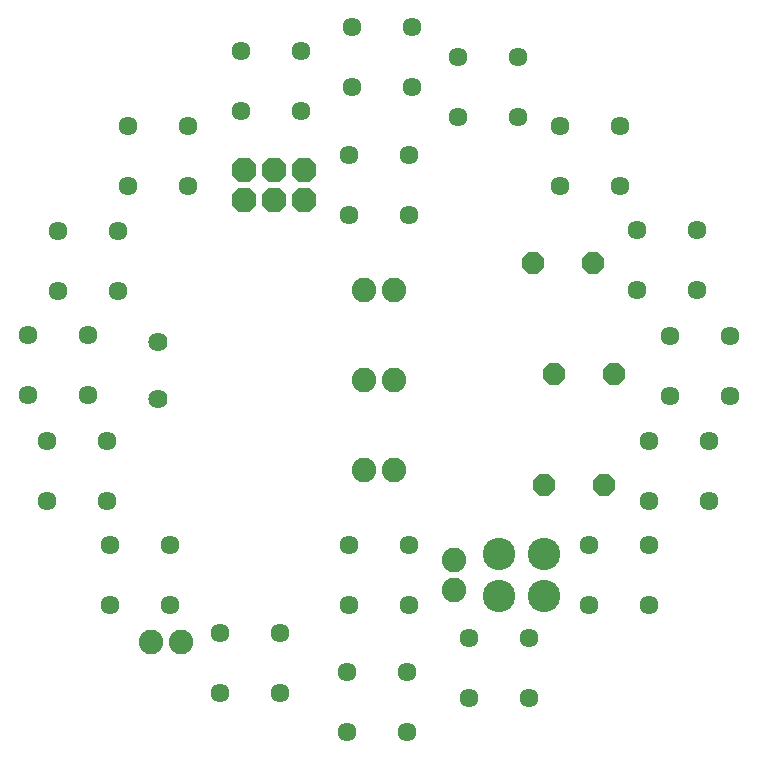
<source format=gbs>
G75*
G70*
%OFA0B0*%
%FSLAX24Y24*%
%IPPOS*%
%LPD*%
%AMOC8*
5,1,8,0,0,1.08239X$1,22.5*
%
%ADD10C,0.1080*%
%ADD11OC8,0.0820*%
%ADD12C,0.0635*%
%ADD13C,0.0820*%
%ADD14C,0.0640*%
%ADD15OC8,0.0720*%
D10*
X016685Y005485D03*
X018185Y005485D03*
X018185Y006885D03*
X016685Y006885D03*
D11*
X010185Y018685D03*
X009185Y018685D03*
X008185Y018685D03*
X008185Y019685D03*
X009185Y019685D03*
X010185Y019685D03*
D12*
X011685Y020185D03*
X013685Y020185D03*
X015335Y021435D03*
X013785Y022435D03*
X015335Y023435D03*
X013785Y024435D03*
X011785Y024435D03*
X010085Y023635D03*
X008085Y023635D03*
X011785Y022435D03*
X010085Y021635D03*
X008085Y021635D03*
X006335Y021135D03*
X004335Y021135D03*
X004335Y019135D03*
X006335Y019135D03*
X003985Y017635D03*
X001985Y017635D03*
X001985Y015635D03*
X003985Y015635D03*
X002985Y014185D03*
X000985Y014185D03*
X000985Y012185D03*
X002985Y012185D03*
X003635Y010635D03*
X001635Y010635D03*
X001635Y008635D03*
X003635Y008635D03*
X003735Y007185D03*
X005735Y007185D03*
X005735Y005185D03*
X007385Y004235D03*
X009385Y004235D03*
X011685Y005185D03*
X013685Y005185D03*
X015685Y004085D03*
X017685Y004085D03*
X019685Y005185D03*
X021685Y005185D03*
X021685Y007185D03*
X019685Y007185D03*
X021685Y008635D03*
X023685Y008635D03*
X023685Y010635D03*
X021685Y010635D03*
X022385Y012135D03*
X024385Y012135D03*
X024385Y014135D03*
X022385Y014135D03*
X023285Y015685D03*
X021285Y015685D03*
X021285Y017685D03*
X023285Y017685D03*
X020735Y019135D03*
X018735Y019135D03*
X018735Y021135D03*
X017335Y021435D03*
X020735Y021135D03*
X017335Y023435D03*
X013685Y018185D03*
X011685Y018185D03*
X011685Y007185D03*
X013685Y007185D03*
X013635Y002935D03*
X011635Y002935D03*
X009385Y002235D03*
X007385Y002235D03*
X011635Y000935D03*
X013635Y000935D03*
X015685Y002085D03*
X017685Y002085D03*
X003735Y005185D03*
D13*
X005085Y003935D03*
X006085Y003935D03*
X015185Y005685D03*
X015185Y006685D03*
X013185Y009685D03*
X012185Y009685D03*
X012185Y012685D03*
X013185Y012685D03*
X013185Y015685D03*
X012185Y015685D03*
D14*
X005335Y013935D03*
X005335Y012035D03*
D15*
X017835Y016585D03*
X019835Y016585D03*
X020535Y012885D03*
X018535Y012885D03*
X018185Y009185D03*
X020185Y009185D03*
M02*

</source>
